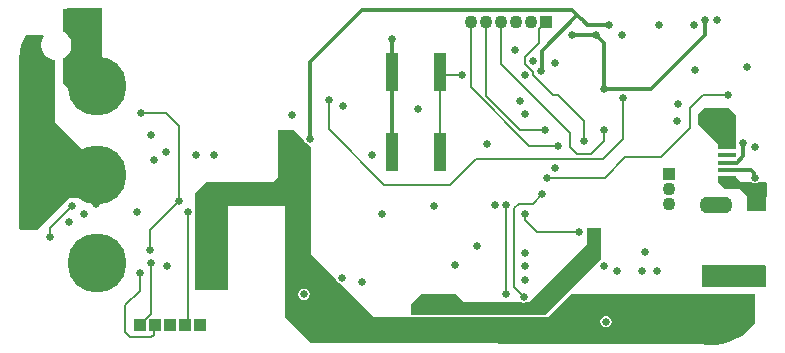
<source format=gbr>
%TF.GenerationSoftware,Altium Limited,Altium Designer,20.2.6 (244)*%
G04 Layer_Physical_Order=4*
G04 Layer_Color=16711680*
%FSLAX45Y45*%
%MOMM*%
%TF.SameCoordinates,BE144905-350C-4E41-9AB6-63F68E724E9C*%
%TF.FilePolarity,Positive*%
%TF.FileFunction,Copper,L4,Bot,Signal*%
%TF.Part,Single*%
G01*
G75*
%TA.AperFunction,Conductor*%
%ADD44C,0.20000*%
%ADD45C,0.30000*%
%ADD47C,0.35000*%
%TA.AperFunction,ComponentPad*%
%ADD50C,1.10000*%
%ADD51R,1.10000X1.10000*%
G04:AMPARAMS|DCode=52|XSize=1.1mm|YSize=1.1mm|CornerRadius=0.275mm|HoleSize=0mm|Usage=FLASHONLY|Rotation=270.000|XOffset=0mm|YOffset=0mm|HoleType=Round|Shape=RoundedRectangle|*
%AMROUNDEDRECTD52*
21,1,1.10000,0.55000,0,0,270.0*
21,1,0.55000,1.10000,0,0,270.0*
1,1,0.55000,-0.27500,-0.27500*
1,1,0.55000,-0.27500,0.27500*
1,1,0.55000,0.27500,0.27500*
1,1,0.55000,0.27500,-0.27500*
%
%ADD52ROUNDEDRECTD52*%
G04:AMPARAMS|DCode=53|XSize=1.1mm|YSize=1.1mm|CornerRadius=0.1375mm|HoleSize=0mm|Usage=FLASHONLY|Rotation=270.000|XOffset=0mm|YOffset=0mm|HoleType=Round|Shape=RoundedRectangle|*
%AMROUNDEDRECTD53*
21,1,1.10000,0.82500,0,0,270.0*
21,1,0.82500,1.10000,0,0,270.0*
1,1,0.27500,-0.41250,-0.41250*
1,1,0.27500,-0.41250,0.41250*
1,1,0.27500,0.41250,0.41250*
1,1,0.27500,0.41250,-0.41250*
%
%ADD53ROUNDEDRECTD53*%
%ADD54O,2.80000X1.40000*%
%ADD55R,1.10000X1.10000*%
%TA.AperFunction,ViaPad*%
%ADD56C,0.65000*%
%TA.AperFunction,SMDPad,CuDef*%
%ADD57R,2.70000X1.80000*%
%ADD58R,1.00000X3.20000*%
%ADD59R,1.50000X0.40000*%
%ADD60C,5.00000*%
G36*
X730000Y2070000D02*
X590000Y2050000D01*
X400000Y2240000D01*
Y2447271D01*
X402678Y2448381D01*
X404766Y2449776D01*
X407085Y2450737D01*
X423873Y2461954D01*
X425647Y2463728D01*
X427735Y2465124D01*
X442013Y2479401D01*
X443407Y2481488D01*
X445182Y2483263D01*
X456400Y2500051D01*
X457360Y2502370D01*
X458755Y2504458D01*
X466482Y2523112D01*
X466972Y2525574D01*
X467933Y2527894D01*
X471872Y2547696D01*
Y2550207D01*
X472362Y2552669D01*
Y2562765D01*
Y2572860D01*
X471872Y2575322D01*
Y2577833D01*
X467933Y2597636D01*
X466972Y2599955D01*
X466482Y2602417D01*
X458755Y2621071D01*
X457360Y2623159D01*
X456400Y2625478D01*
X445182Y2642266D01*
X443408Y2644040D01*
X442013Y2646128D01*
X427735Y2660405D01*
X425648Y2661800D01*
X423873Y2663575D01*
X407085Y2674793D01*
X404766Y2675753D01*
X402678Y2677148D01*
X400000Y2678258D01*
Y2867481D01*
X457532Y2875270D01*
X487907Y2875378D01*
X487908Y2875378D01*
X599828Y2875660D01*
X599890Y2875672D01*
X599952Y2875661D01*
X688501Y2876314D01*
X730000D01*
Y2070000D01*
D02*
G37*
G36*
X6100000Y1970000D02*
Y1680000D01*
X5950000D01*
Y1720000D01*
X5780000Y1890000D01*
Y1980000D01*
X5830000Y2030000D01*
X6040000D01*
X6100000Y1970000D01*
D02*
G37*
G36*
X6140000Y1400000D02*
X6234366D01*
X6241466Y1395256D01*
X6260000Y1391569D01*
X6278534Y1395256D01*
X6285634Y1400000D01*
X6348799D01*
X6357760Y1391001D01*
X6356781Y1160000D01*
X6190000D01*
Y1280000D01*
X6130000Y1340000D01*
X6010000D01*
X5950000Y1400000D01*
Y1450000D01*
X6090000D01*
X6140000Y1400000D01*
D02*
G37*
G36*
X240243Y2637300D02*
X232344Y2625478D01*
X231383Y2623159D01*
X229988Y2621071D01*
X222261Y2602417D01*
X221771Y2599954D01*
X220811Y2597635D01*
X216872Y2577833D01*
Y2575322D01*
X216382Y2572860D01*
Y2552669D01*
X216872Y2550207D01*
Y2547697D01*
X220811Y2527894D01*
X221772Y2525574D01*
X222261Y2523112D01*
X229988Y2504458D01*
X231383Y2502370D01*
X232344Y2500051D01*
X243561Y2483264D01*
X245336Y2481489D01*
X246731Y2479401D01*
X261008Y2465124D01*
X263095Y2463729D01*
X264870Y2461954D01*
X281659Y2450737D01*
X283977Y2449776D01*
X286065Y2448381D01*
X304719Y2440654D01*
X307182Y2440164D01*
X309501Y2439204D01*
X329304Y2435265D01*
X330000Y2434569D01*
Y1910000D01*
X560000Y1680000D01*
X780000D01*
X809319Y1279302D01*
X800673Y1270000D01*
X450000D01*
X180000Y1000000D01*
X37416D01*
X28455Y1009000D01*
X30373Y1462086D01*
X30352Y1462194D01*
X30373Y1462302D01*
X27210Y2209373D01*
X27208Y2209381D01*
X27210Y2209389D01*
X26667Y2321759D01*
X26664Y2321775D01*
X26667Y2321792D01*
X26129Y2409644D01*
X25980Y2440047D01*
X33627Y2500370D01*
X49089Y2559176D01*
X72102Y2615461D01*
X91838Y2650000D01*
X234017D01*
X240243Y2637300D01*
D02*
G37*
G36*
X6354031Y691765D02*
X6354777Y687300D01*
X6354371Y575820D01*
X6354374Y575803D01*
X6354371Y575787D01*
X6354216Y510000D01*
X5810000D01*
Y700000D01*
X6345831D01*
X6354031Y691765D01*
D02*
G37*
G36*
X4960000Y750000D02*
X4486236Y276236D01*
X3350891Y276236D01*
Y370891D01*
X3430000Y450000D01*
X3730000D01*
X3790000Y390000D01*
X4274366D01*
X4281466Y385256D01*
X4300000Y381569D01*
X4318534Y385256D01*
X4325634Y390000D01*
X4350000D01*
X4840000Y880000D01*
Y1010000D01*
X4960000D01*
Y750000D01*
D02*
G37*
G36*
X2444442Y1755558D02*
X2445256Y1751466D01*
X2455755Y1735754D01*
X2471466Y1725256D01*
X2475558Y1724442D01*
X2500000Y1700000D01*
X2499999Y789999D01*
X2714442Y575557D01*
X2715256Y571466D01*
X2725755Y555755D01*
X2741466Y545256D01*
X2745557Y544442D01*
X3030000Y260000D01*
X4510001Y260000D01*
X4700000Y450000D01*
X6260000D01*
Y209530D01*
X6238612Y181895D01*
X6195435Y139082D01*
X6147034Y102275D01*
X6094242Y72108D01*
X6037958Y49094D01*
X5979154Y33630D01*
X5918830Y25981D01*
X5888429Y26128D01*
X5888428D01*
X5776538Y26794D01*
X5776522Y26791D01*
X5776506Y26795D01*
X5688171Y27209D01*
X5688165Y27208D01*
X5688160Y27209D01*
X2499281Y40719D01*
X2280000Y260000D01*
Y1200000D01*
X1800000D01*
X1800000Y487838D01*
X1714072D01*
X1709438Y488760D01*
X1706927D01*
X1704465Y489249D01*
X1684274D01*
X1681812Y488760D01*
X1679301D01*
X1674667Y487838D01*
X1519999Y487838D01*
X1520000Y1310000D01*
X1610000Y1400000D01*
X2180000D01*
X2220000Y1440000D01*
Y1840000D01*
X2360000D01*
X2444442Y1755558D01*
D02*
G37*
%LPC*%
G36*
X2440000Y498431D02*
X2421466Y494744D01*
X2405754Y484246D01*
X2395256Y468534D01*
X2391569Y450000D01*
X2395256Y431466D01*
X2405754Y415755D01*
X2421466Y405256D01*
X2440000Y401569D01*
X2458534Y405256D01*
X2474245Y415755D01*
X2484744Y431466D01*
X2488431Y450000D01*
X2484744Y468534D01*
X2474245Y484246D01*
X2458534Y494744D01*
X2440000Y498431D01*
D02*
G37*
G36*
X5000000Y268431D02*
X4981466Y264744D01*
X4965754Y254246D01*
X4955256Y238534D01*
X4951569Y220000D01*
X4955256Y201466D01*
X4965754Y185755D01*
X4981466Y175256D01*
X5000000Y171569D01*
X5018534Y175256D01*
X5034245Y185755D01*
X5044744Y201466D01*
X5048431Y220000D01*
X5044744Y238534D01*
X5034245Y254246D01*
X5018534Y264744D01*
X5000000Y268431D01*
D02*
G37*
%LPD*%
D44*
X930000Y130000D02*
Y360000D01*
X1050000Y480000D01*
Y630000D01*
X4150000Y450000D02*
Y1210000D01*
X4220000Y510000D02*
X4300000Y430000D01*
X4312500Y2457959D02*
X4430000Y2575459D01*
X4312500Y2402041D02*
X4380000Y2334541D01*
X4312500Y2402041D02*
Y2457959D01*
X4430000Y2575459D02*
Y2699000D01*
X4380000Y2310000D02*
Y2334541D01*
Y2310000D02*
X4550000Y2140000D01*
X4500000Y1432550D02*
X4507449Y1440000D01*
X4990000D01*
X4970000Y1600000D02*
X5140000Y1770000D01*
X3680000Y1380000D02*
X3900000Y1600000D01*
X4970000D01*
X4410000Y980000D02*
X4770000D01*
X1060000Y1990000D02*
X1270000D01*
X1380000Y1240000D02*
Y1880000D01*
X1270000Y1990000D02*
X1380000Y1880000D01*
X1170000Y177000D02*
X1183000Y190000D01*
X1170000Y110000D02*
Y177000D01*
X970000Y90000D02*
X1150000D01*
X1170000Y110000D01*
X930000Y130000D02*
X970000Y90000D01*
X1150000Y286246D02*
Y720000D01*
X1056000Y190000D02*
Y192246D01*
X1150000Y286246D01*
X1437000Y190000D02*
X1460000Y213000D01*
Y1150000D01*
X1413000Y214000D02*
X1437000Y190000D01*
X1457000Y1147000D02*
X1460000Y1150000D01*
X4110000Y2400000D02*
Y2760000D01*
X4430000Y2699000D02*
X4491000Y2760000D01*
X4550000Y2140000D02*
X4590000D01*
X4810000Y1750000D02*
Y1920000D01*
X4590000Y2140000D02*
X4810000Y1920000D01*
X3983000Y2127000D02*
X4270000Y1840000D01*
X3983000Y2127000D02*
Y2760000D01*
X4270000Y1840000D02*
X4480000D01*
X3856000Y2204503D02*
X4350503Y1710000D01*
X3856000Y2204503D02*
Y2760000D01*
X4350503Y1710000D02*
X4590000D01*
X4220000Y510000D02*
Y1180000D01*
X4380000Y1220000D02*
X4460000Y1300000D01*
X4220000Y1180000D02*
X4260000Y1220000D01*
X4380000D01*
X4110000Y2400000D02*
X4690000Y1820000D01*
Y1700000D02*
X4750000Y1640000D01*
X4690000Y1700000D02*
Y1820000D01*
X4750000Y1640000D02*
X4870000D01*
X4980000Y1750000D02*
Y1840000D01*
X4870000Y1640000D02*
X4980000Y1750000D01*
X3590000Y2335026D02*
X3615026Y2310000D01*
X3780000D01*
X3590000Y1655025D02*
Y2335026D01*
X4150000Y1210000D02*
X4155000Y1205000D01*
X290000Y1010000D02*
X480000Y1200000D01*
X290000Y940000D02*
Y1010000D01*
X1140000Y1000000D02*
X1380000Y1240000D01*
X1140000Y830000D02*
Y1000000D01*
X2650000Y1850000D02*
Y2100000D01*
Y1850000D02*
X3120000Y1380000D01*
X3680000D01*
X5140000Y1770000D02*
Y2110000D01*
X4990000Y1440000D02*
X5160000Y1610000D01*
X5460000D01*
X5710000Y1860000D02*
Y2030000D01*
X5460000Y1610000D02*
X5710000Y1860000D01*
X5820000Y2140000D02*
X6030000D01*
X5710000Y2030000D02*
X5820000Y2140000D01*
X4310000Y1080000D02*
Y1130000D01*
Y1080000D02*
X4410000Y980000D01*
D45*
X4452500Y2512500D02*
X4755000Y2815000D01*
X4450000Y2340000D02*
X4452500Y2342500D01*
Y2512500D01*
X4710000Y2650000D02*
X4910000D01*
X4980000Y2190000D02*
Y2580000D01*
X4910000Y2650000D02*
X4980000Y2580000D01*
X4710000Y2860000D02*
X4755000Y2815000D01*
X4780000Y2790000D01*
X4800000Y2770000D01*
X3190000Y2335026D02*
Y2610000D01*
X4800000Y2770000D02*
X4840000Y2730000D01*
X2490000Y1770000D02*
Y2420000D01*
X2930000Y2860000D01*
X4710000D01*
X4840000Y2730000D02*
X5020000D01*
X3190000Y1655025D02*
Y2335026D01*
X5840000Y2650000D02*
Y2770000D01*
X5380000Y2190000D02*
X5840000Y2650000D01*
X4980000Y2190000D02*
X5380000D01*
D47*
X6160000Y1620000D02*
Y1730000D01*
X6107500Y1567500D02*
X6160000Y1620000D01*
X6020000Y1565000D02*
X6022500Y1567500D01*
X6107500D01*
X6228787Y1500000D02*
X6254260Y1474527D01*
X6020000Y1500000D02*
X6228787D01*
X6254260Y1445740D02*
Y1474527D01*
Y1445740D02*
X6260000Y1440000D01*
D50*
X3856000Y2760000D02*
D03*
X3983000D02*
D03*
X4110000D02*
D03*
X4237000D02*
D03*
X4364000D02*
D03*
X5530000Y1213000D02*
D03*
Y1340000D02*
D03*
D51*
X4491000Y2760000D02*
D03*
D52*
X1056000Y190000D02*
D03*
X1183000D02*
D03*
X1310000D02*
D03*
X1437000D02*
D03*
D53*
X1564000D02*
D03*
D54*
X5931000Y1207500D02*
D03*
Y1922500D02*
D03*
D55*
X5530000Y1467000D02*
D03*
D56*
X3470000Y410000D02*
D03*
X3520000Y330000D02*
D03*
X4300000Y430000D02*
D03*
X4150000Y450000D02*
D03*
X4380000Y2430000D02*
D03*
X4310000Y2310000D02*
D03*
X4230000Y2520000D02*
D03*
X4570000Y1520000D02*
D03*
X4500000Y1432550D02*
D03*
X3400000Y320000D02*
D03*
X4770000Y980000D02*
D03*
X4890000Y950000D02*
D03*
X3910000Y860000D02*
D03*
X2930000Y560000D02*
D03*
X2760000Y590000D02*
D03*
X1150000Y1800000D02*
D03*
X1270000Y1660000D02*
D03*
X1060000Y1990000D02*
D03*
X1050000Y630000D02*
D03*
X1150000Y720000D02*
D03*
X1730000Y620000D02*
D03*
X1610000D02*
D03*
X1670000Y530000D02*
D03*
X1280000Y690000D02*
D03*
X1460000Y1150000D02*
D03*
X4910000Y2650000D02*
D03*
X4710000D02*
D03*
X570000Y2710000D02*
D03*
X460000D02*
D03*
X570000Y2810000D02*
D03*
X460000D02*
D03*
X550000Y2600000D02*
D03*
X6310000Y658431D02*
D03*
X6200000D02*
D03*
X6310000Y570000D02*
D03*
X6205684Y562699D02*
D03*
X3190000Y2610000D02*
D03*
X4570000Y2412500D02*
D03*
X1530000Y1630000D02*
D03*
X1680000D02*
D03*
X2340000Y1970000D02*
D03*
X4450000Y2340000D02*
D03*
X4310000Y1980000D02*
D03*
X4270000Y2090000D02*
D03*
X4310000Y570000D02*
D03*
Y690000D02*
D03*
Y800000D02*
D03*
X4980000Y690000D02*
D03*
X5090000Y650000D02*
D03*
X5300000D02*
D03*
X5430000D02*
D03*
X6200000Y340000D02*
D03*
X6130000Y220000D02*
D03*
X6020000Y170000D02*
D03*
X6260000Y1700000D02*
D03*
Y1440000D02*
D03*
X6160000Y1730000D02*
D03*
X3410000Y2020000D02*
D03*
X3990000Y1720000D02*
D03*
X160000Y2560000D02*
D03*
Y2300000D02*
D03*
Y2040000D02*
D03*
Y1780000D02*
D03*
Y1520000D02*
D03*
Y1290000D02*
D03*
X190000Y1110000D02*
D03*
X450000Y1060000D02*
D03*
X580000Y1130000D02*
D03*
X680000Y1220000D02*
D03*
X690000Y1360000D02*
D03*
X520000Y710000D02*
D03*
X2380000Y1690000D02*
D03*
X2280000Y1620000D02*
D03*
X2310000Y1770000D02*
D03*
X6270000Y1220000D02*
D03*
Y1330000D02*
D03*
X6190000Y2380000D02*
D03*
X4980000Y1840000D02*
D03*
X4810000Y1750000D02*
D03*
X4590000Y1710000D02*
D03*
X4480000Y1840000D02*
D03*
X3780000Y2310000D02*
D03*
X3020000Y1630000D02*
D03*
X3540000Y1200000D02*
D03*
X3100000Y1130000D02*
D03*
X4060000Y1210000D02*
D03*
X4150000D02*
D03*
X690000Y580000D02*
D03*
Y710000D02*
D03*
X1030000Y1150000D02*
D03*
X290000Y940000D02*
D03*
X480000Y1200000D02*
D03*
X1140000Y830000D02*
D03*
X1380000Y1240000D02*
D03*
X1170000Y1590000D02*
D03*
X2440000Y450000D02*
D03*
X3720000Y700000D02*
D03*
X5000000Y220000D02*
D03*
X5330000Y810000D02*
D03*
X2650000Y2100000D02*
D03*
X5140000Y2110000D02*
D03*
X6030000Y2140000D02*
D03*
X4460000Y1300000D02*
D03*
X4310000Y1130000D02*
D03*
X5130000Y2650000D02*
D03*
X5740000Y2730000D02*
D03*
X5600000Y1920000D02*
D03*
X5610000Y2060000D02*
D03*
X2770000Y2050000D02*
D03*
X2490000Y1770000D02*
D03*
X5020000Y2730000D02*
D03*
X5450000D02*
D03*
X5840000Y2770000D02*
D03*
X4980000Y2190000D02*
D03*
X5940000Y2770000D02*
D03*
X5750000Y2350000D02*
D03*
D57*
X5990000Y363000D02*
D03*
Y617000D02*
D03*
D58*
X3590000Y1655025D02*
D03*
Y2335026D02*
D03*
X3190000D02*
D03*
Y1655025D02*
D03*
D59*
X6020000Y1435000D02*
D03*
Y1500000D02*
D03*
Y1565000D02*
D03*
Y1630000D02*
D03*
Y1695000D02*
D03*
D60*
X692500Y712500D02*
D03*
Y1460000D02*
D03*
Y2212500D02*
D03*
%TF.MD5,4fc51a4ea3901c5fe061be57f4fc177b*%
M02*

</source>
